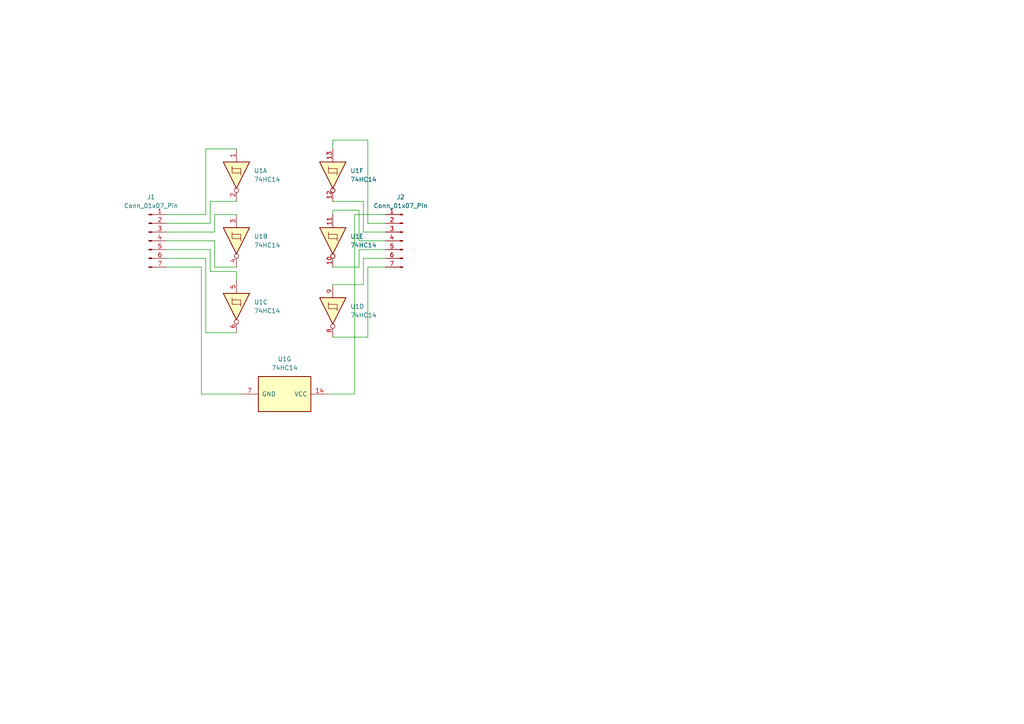
<source format=kicad_sch>
(kicad_sch (version 20250114) (generator "eeschema") (generator_version "9.0")
  (paper "A4")
  (lib_symbols
    (symbol "74xx:74HC14" (pin_names (offset 1.016))
      (property "Reference" "U" (at 0 1.27 0))
      (property "Value" "74HC14" (at 0 -1.27 0))
      (symbol "74HC14_1_0"
        (polyline (pts (xy -3.81 3.81) (xy -3.81 -3.81) (xy 3.81 0) (xy -3.81 3.81)) (stroke (width 0.254)) (fill (type background)))
        (pin input line (at -7.62 0 0) (length 3.81) (name "~") (number "1"))
        (pin output inverted (at 7.62 0 180) (length 3.81) (name "~") (number "2"))
      )
      (symbol "74HC14_1_1"
        (polyline (pts (xy -2.54 -1.27) (xy -0.635 -1.27) (xy -0.635 1.27) (xy 0 1.27)))
        (polyline (pts (xy -1.905 -1.27) (xy -1.905 1.27) (xy -0.635 1.27)))
      )
      (symbol "74HC14_2_0"
        (polyline (pts (xy -3.81 3.81) (xy -3.81 -3.81) (xy 3.81 0) (xy -3.81 3.81)) (stroke (width 0.254)) (fill (type background)))
        (pin input line (at -7.62 0 0) (length 3.81) (name "~") (number "3"))
        (pin output inverted (at 7.62 0 180) (length 3.81) (name "~") (number "4"))
      )
      (symbol "74HC14_2_1"
        (polyline (pts (xy -2.54 -1.27) (xy -0.635 -1.27) (xy -0.635 1.27) (xy 0 1.27)))
        (polyline (pts (xy -1.905 -1.27) (xy -1.905 1.27) (xy -0.635 1.27)))
      )
      (symbol "74HC14_3_0"
        (polyline (pts (xy -3.81 3.81) (xy -3.81 -3.81) (xy 3.81 0) (xy -3.81 3.81)) (stroke (width 0.254)) (fill (type background)))
        (pin input line (at -7.62 0 0) (length 3.81) (name "~") (number "5"))
        (pin output inverted (at 7.62 0 180) (length 3.81) (name "~") (number "6"))
      )
      (symbol "74HC14_3_1"
        (polyline (pts (xy -2.54 -1.27) (xy -0.635 -1.27) (xy -0.635 1.27) (xy 0 1.27)))
        (polyline (pts (xy -1.905 -1.27) (xy -1.905 1.27) (xy -0.635 1.27)))
      )
      (symbol "74HC14_4_0"
        (polyline (pts (xy -3.81 3.81) (xy -3.81 -3.81) (xy 3.81 0) (xy -3.81 3.81)) (stroke (width 0.254)) (fill (type background)))
        (pin input line (at -7.62 0 0) (length 3.81) (name "~") (number "9"))
        (pin output inverted (at 7.62 0 180) (length 3.81) (name "~") (number "8"))
      )
      (symbol "74HC14_4_1"
        (polyline (pts (xy -2.54 -1.27) (xy -0.635 -1.27) (xy -0.635 1.27) (xy 0 1.27)))
        (polyline (pts (xy -1.905 -1.27) (xy -1.905 1.27) (xy -0.635 1.27)))
      )
      (symbol "74HC14_5_0"
        (polyline (pts (xy -3.81 3.81) (xy -3.81 -3.81) (xy 3.81 0) (xy -3.81 3.81)) (stroke (width 0.254)) (fill (type background)))
        (pin input line (at -7.62 0 0) (length 3.81) (name "~") (number "11"))
        (pin output inverted (at 7.62 0 180) (length 3.81) (name "~") (number "10"))
      )
      (symbol "74HC14_5_1"
        (polyline (pts (xy -2.54 -1.27) (xy -0.635 -1.27) (xy -0.635 1.27) (xy 0 1.27)))
        (polyline (pts (xy -1.905 -1.27) (xy -1.905 1.27) (xy -0.635 1.27)))
      )
      (symbol "74HC14_6_0"
        (polyline (pts (xy -3.81 3.81) (xy -3.81 -3.81) (xy 3.81 0) (xy -3.81 3.81)) (stroke (width 0.254)) (fill (type background)))
        (pin input line (at -7.62 0 0) (length 3.81) (name "~") (number "13"))
        (pin output inverted (at 7.62 0 180) (length 3.81) (name "~") (number "12"))
      )
      (symbol "74HC14_6_1"
        (polyline (pts (xy -2.54 -1.27) (xy -0.635 -1.27) (xy -0.635 1.27) (xy 0 1.27)))
        (polyline (pts (xy -1.905 -1.27) (xy -1.905 1.27) (xy -0.635 1.27)))
      )
      (symbol "74HC14_7_0"
        (pin power_in line (at 0 12.7 270) (length 5.08) (name "VCC") (number "14"))
        (pin power_in line (at 0 -12.7 90) (length 5.08) (name "GND") (number "7"))
      )
      (symbol "74HC14_7_1"
        (rectangle (start -5.08 7.62) (end 5.08 -7.62) (stroke (width 0.254)) (fill (type background)))
      )
    )
    (symbol "Connector:Conn_01x07_Pin" (pin_names (offset 1.016) (hide yes))
      (property "Reference" "J" (at 0 10.16 0))
      (property "Value" "Conn_01x07_Pin" (at 0 -10.16 0))
      (symbol "Conn_01x07_Pin_1_1"
        (rectangle (start 0.8636 7.747) (end 0 7.493) (stroke (width 0.1524)) (fill (type outline)))
        (rectangle (start 0.8636 5.207) (end 0 4.953) (stroke (width 0.1524)) (fill (type outline)))
        (rectangle (start 0.8636 2.667) (end 0 2.413) (stroke (width 0.1524)) (fill (type outline)))
        (rectangle (start 0.8636 0.127) (end 0 -0.127) (stroke (width 0.1524)) (fill (type outline)))
        (rectangle (start 0.8636 -2.413) (end 0 -2.667) (stroke (width 0.1524)) (fill (type outline)))
        (rectangle (start 0.8636 -4.953) (end 0 -5.207) (stroke (width 0.1524)) (fill (type outline)))
        (rectangle (start 0.8636 -7.493) (end 0 -7.747) (stroke (width 0.1524)) (fill (type outline)))
        (polyline (pts (xy 1.27 7.62) (xy 0.8636 7.62)) (stroke (width 0.1524)))
        (polyline (pts (xy 1.27 5.08) (xy 0.8636 5.08)) (stroke (width 0.1524)))
        (polyline (pts (xy 1.27 2.54) (xy 0.8636 2.54)) (stroke (width 0.1524)))
        (polyline (pts (xy 1.27 0) (xy 0.8636 0)) (stroke (width 0.1524)))
        (polyline (pts (xy 1.27 -2.54) (xy 0.8636 -2.54)) (stroke (width 0.1524)))
        (polyline (pts (xy 1.27 -5.08) (xy 0.8636 -5.08)) (stroke (width 0.1524)))
        (polyline (pts (xy 1.27 -7.62) (xy 0.8636 -7.62)) (stroke (width 0.1524)))
        (pin passive line (at 5.08 7.62 180) (length 3.81) (name "Pin_1") (number "1"))
        (pin passive line (at 5.08 5.08 180) (length 3.81) (name "Pin_2") (number "2"))
        (pin passive line (at 5.08 2.54 180) (length 3.81) (name "Pin_3") (number "3"))
        (pin passive line (at 5.08 0 180) (length 3.81) (name "Pin_4") (number "4"))
        (pin passive line (at 5.08 -2.54 180) (length 3.81) (name "Pin_5") (number "5"))
        (pin passive line (at 5.08 -5.08 180) (length 3.81) (name "Pin_6") (number "6"))
        (pin passive line (at 5.08 -7.62 180) (length 3.81) (name "Pin_7") (number "7"))
      )
    )
  )
  (wire (pts (xy 95.25 114.3) (xy 102.87 114.3)))
  (wire (pts (xy 96.52 40.64) (xy 106.68 40.64)))
  (wire (pts (xy 96.52 43.18) (xy 96.52 40.64)))
  (wire (pts (xy 60.96 78.74) (xy 68.58 78.74)))
  (wire (pts (xy 96.52 77.47) (xy 104.14 77.47)))
  (wire (pts (xy 59.69 43.18) (xy 68.58 43.18)))
  (wire (pts (xy 48.26 74.93) (xy 59.69 74.93)))
  (wire (pts (xy 102.87 114.3) (xy 102.87 62.23)))
  (wire (pts (xy 104.14 72.39) (xy 111.76 72.39)))
  (wire (pts (xy 62.23 77.47) (xy 62.23 69.85)))
  (wire (pts (xy 48.26 77.47) (xy 58.42 77.47)))
  (wire (pts (xy 48.26 72.39) (xy 60.96 72.39)))
  (wire (pts (xy 104.14 69.85) (xy 111.76 69.85)))
  (wire (pts (xy 96.52 58.42) (xy 105.41 58.42)))
  (wire (pts (xy 62.23 62.23) (xy 62.23 67.31)))
  (wire (pts (xy 106.68 40.64) (xy 106.68 64.77)))
  (wire (pts (xy 68.58 77.47) (xy 62.23 77.47)))
  (wire (pts (xy 59.69 62.23) (xy 59.69 43.18)))
  (wire (pts (xy 106.68 64.77) (xy 111.76 64.77)))
  (wire (pts (xy 96.52 60.96) (xy 104.14 60.96)))
  (wire (pts (xy 105.41 67.31) (xy 111.76 67.31)))
  (wire (pts (xy 106.68 97.79) (xy 106.68 77.47)))
  (wire (pts (xy 68.58 62.23) (xy 62.23 62.23)))
  (wire (pts (xy 105.41 82.55) (xy 105.41 74.93)))
  (wire (pts (xy 60.96 72.39) (xy 60.96 78.74)))
  (wire (pts (xy 58.42 114.3) (xy 69.85 114.3)))
  (wire (pts (xy 105.41 74.93) (xy 111.76 74.93)))
  (wire (pts (xy 102.87 62.23) (xy 111.76 62.23)))
  (wire (pts (xy 48.26 64.77) (xy 60.96 64.77)))
  (wire (pts (xy 105.41 58.42) (xy 105.41 67.31)))
  (wire (pts (xy 68.58 78.74) (xy 68.58 81.28)))
  (wire (pts (xy 48.26 67.31) (xy 62.23 67.31)))
  (wire (pts (xy 96.52 62.23) (xy 96.52 60.96)))
  (wire (pts (xy 104.14 60.96) (xy 104.14 69.85)))
  (wire (pts (xy 59.69 96.52) (xy 68.58 96.52)))
  (wire (pts (xy 58.42 77.47) (xy 58.42 114.3)))
  (wire (pts (xy 48.26 62.23) (xy 59.69 62.23)))
  (wire (pts (xy 96.52 82.55) (xy 105.41 82.55)))
  (wire (pts (xy 60.96 58.42) (xy 60.96 64.77)))
  (wire (pts (xy 96.52 97.79) (xy 106.68 97.79)))
  (wire (pts (xy 68.58 58.42) (xy 60.96 58.42)))
  (wire (pts (xy 48.26 69.85) (xy 62.23 69.85)))
  (wire (pts (xy 106.68 77.47) (xy 111.76 77.47)))
  (wire (pts (xy 59.69 74.93) (xy 59.69 96.52)))
  (wire (pts (xy 104.14 77.47) (xy 104.14 72.39)))
  (symbol (lib_id "74xx:74HC14") (at 68.58 69.85 270) (unit 2)
    (property "Reference" "U1" (at 73.66 68.5799 90) (effects (justify left)))
    (property "Value" "74HC14" (at 73.66 71.1199 90) (effects (justify left)))
    (property "Footprint" "Package_SO:TSSOP-14_4.4x5mm_P0.65mm" (effects (hide yes)))
    (property "Datasheet" "http://www.ti.com/lit/gpn/sn74HC14" (effects (hide yes)))
    (property "Description" "Hex inverter schmitt trigger" (effects (hide yes)))
  )
  (symbol (lib_id "74xx:74HC14") (at 96.52 50.8 270) (unit 6)
    (property "Reference" "U1" (at 101.6 49.5299 90) (effects (justify left)))
    (property "Value" "74HC14" (at 101.6 52.0699 90) (effects (justify left)))
    (property "Footprint" "Package_SO:TSSOP-14_4.4x5mm_P0.65mm" (effects (hide yes)))
    (property "Datasheet" "http://www.ti.com/lit/gpn/sn74HC14" (effects (hide yes)))
    (property "Description" "Hex inverter schmitt trigger" (effects (hide yes)))
  )
  (symbol (lib_id "74xx:74HC14") (at 68.58 50.8 270) (unit 1)
    (property "Reference" "U1" (at 73.66 49.5299 90) (effects (justify left)))
    (property "Value" "74HC14" (at 73.66 52.0699 90) (effects (justify left)))
    (property "Footprint" "Package_SO:TSSOP-14_4.4x5mm_P0.65mm" (effects (hide yes)))
    (property "Datasheet" "http://www.ti.com/lit/gpn/sn74HC14" (effects (hide yes)))
    (property "Description" "Hex inverter schmitt trigger" (effects (hide yes)))
  )
  (symbol (lib_id "74xx:74HC14") (at 96.52 90.17 270) (unit 4)
    (property "Reference" "U1" (at 101.6 88.8999 90) (effects (justify left)))
    (property "Value" "74HC14" (at 101.6 91.4399 90) (effects (justify left)))
    (property "Footprint" "Package_SO:TSSOP-14_4.4x5mm_P0.65mm" (effects (hide yes)))
    (property "Datasheet" "http://www.ti.com/lit/gpn/sn74HC14" (effects (hide yes)))
    (property "Description" "Hex inverter schmitt trigger" (effects (hide yes)))
  )
  (symbol (lib_id "Connector:Conn_01x07_Pin") (at 116.84 69.85 0) (mirror y) (unit 1)
    (property "Reference" "J2" (at 116.205 57.15 0))
    (property "Value" "Conn_01x07_Pin" (at 116.205 59.69 0))
    (property "Footprint" "Connector_PinHeader_2.54mm:PinHeader_1x07_P2.54mm_Vertical" (effects (hide yes)))
    (property "Description" "Generic connector, single row, 01x07, script generated" (effects (hide yes)))
  )
  (symbol (lib_id "74xx:74HC14") (at 82.55 114.3 270) (unit 7)
    (property "Reference" "U1" (at 82.55 104.14 90))
    (property "Value" "74HC14" (at 82.55 106.68 90))
    (property "Footprint" "Package_SO:TSSOP-14_4.4x5mm_P0.65mm" (effects (hide yes)))
    (property "Datasheet" "http://www.ti.com/lit/gpn/sn74HC14" (effects (hide yes)))
    (property "Description" "Hex inverter schmitt trigger" (effects (hide yes)))
  )
  (symbol (lib_id "74xx:74HC14") (at 68.58 88.9 270) (unit 3)
    (property "Reference" "U1" (at 73.66 87.6299 90) (effects (justify left)))
    (property "Value" "74HC14" (at 73.66 90.1699 90) (effects (justify left)))
    (property "Footprint" "Package_SO:TSSOP-14_4.4x5mm_P0.65mm" (effects (hide yes)))
    (property "Datasheet" "http://www.ti.com/lit/gpn/sn74HC14" (effects (hide yes)))
    (property "Description" "Hex inverter schmitt trigger" (effects (hide yes)))
  )
  (symbol (lib_id "Connector:Conn_01x07_Pin") (at 43.18 69.85 0) (unit 1)
    (property "Reference" "J1" (at 43.815 57.15 0))
    (property "Value" "Conn_01x07_Pin" (at 43.815 59.69 0))
    (property "Footprint" "Connector_PinHeader_2.54mm:PinHeader_1x07_P2.54mm_Vertical" (effects (hide yes)))
    (property "Description" "Generic connector, single row, 01x07, script generated" (effects (hide yes)))
  )
  (symbol (lib_id "74xx:74HC14") (at 96.52 69.85 270) (unit 5)
    (property "Reference" "U1" (at 101.6 68.5799 90) (effects (justify left)))
    (property "Value" "74HC14" (at 101.6 71.1199 90) (effects (justify left)))
    (property "Footprint" "Package_SO:TSSOP-14_4.4x5mm_P0.65mm" (effects (hide yes)))
    (property "Datasheet" "http://www.ti.com/lit/gpn/sn74HC14" (effects (hide yes)))
    (property "Description" "Hex inverter schmitt trigger" (effects (hide yes)))
  )
)
</source>
